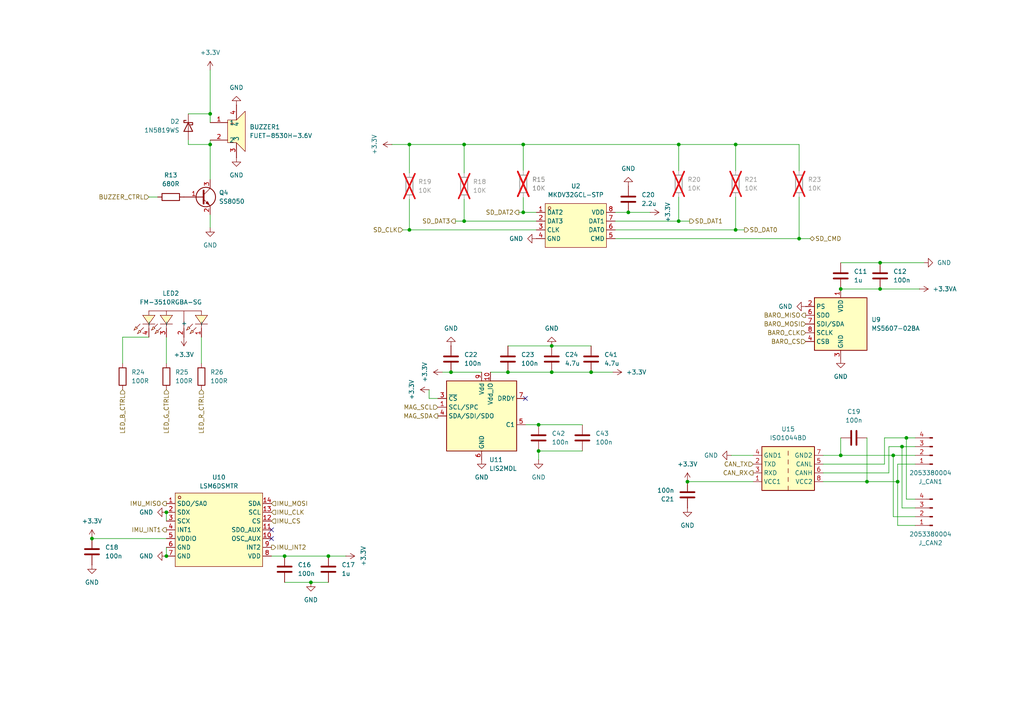
<source format=kicad_sch>
(kicad_sch (version 20231120) (generator "eeschema") (generator_version "8.0")
  (paper "A4")
  (lib_symbols
    (symbol "Connector:Conn_01x04_Pin" (pin_names (offset 1.016) hide)
      (property "Reference" "J" (at 0 5.08 0))
      (property "Value" "Conn_01x04_Pin" (at 0 -7.62 0))
      (symbol "Conn_01x04_Pin_1_1"
        (polyline (pts (xy 1.27 -5.08) (xy 0.8636 -5.08)) (stroke (width 0.1524)))
        (polyline (pts (xy 1.27 -2.54) (xy 0.8636 -2.54)) (stroke (width 0.1524)))
        (polyline (pts (xy 1.27 0) (xy 0.8636 0)) (stroke (width 0.1524)))
        (polyline (pts (xy 1.27 2.54) (xy 0.8636 2.54)) (stroke (width 0.1524)))
        (rectangle (start 0.8636 -4.953) (end 0 -5.207) (stroke (width 0.1524)) (fill (type outline)))
        (rectangle (start 0.8636 -2.413) (end 0 -2.667) (stroke (width 0.1524)) (fill (type outline)))
        (rectangle (start 0.8636 0.127) (end 0 -0.127) (stroke (width 0.1524)) (fill (type outline)))
        (rectangle (start 0.8636 2.667) (end 0 2.413) (stroke (width 0.1524)) (fill (type outline)))
        (pin passive line (at 5.08 2.54 180) (length 3.81) (name "Pin_1") (number "1"))
        (pin passive line (at 5.08 0 180) (length 3.81) (name "Pin_2") (number "2"))
        (pin passive line (at 5.08 -2.54 180) (length 3.81) (name "Pin_3") (number "3"))
        (pin passive line (at 5.08 -5.08 180) (length 3.81) (name "Pin_4") (number "4"))
      )
    )
    (symbol "Device:C" (pin_numbers hide) (pin_names (offset 0.254))
      (property "Reference" "C" (at 0.635 2.54 0))
      (property "Value" "C" (at 0.635 -2.54 0))
      (symbol "C_0_1"
        (polyline (pts (xy -2.032 -0.762) (xy 2.032 -0.762)) (stroke (width 0.508)))
        (polyline (pts (xy -2.032 0.762) (xy 2.032 0.762)) (stroke (width 0.508)))
      )
      (symbol "C_1_1"
        (pin passive line (at 0 3.81 270) (length 2.794) (name "~") (number "1"))
        (pin passive line (at 0 -3.81 90) (length 2.794) (name "~") (number "2"))
      )
    )
    (symbol "Device:R" (pin_numbers hide) (pin_names (offset 0))
      (property "Reference" "R" (at 2.032 0 90))
      (property "Value" "R" (at 0 0 90))
      (symbol "R_0_1"
        (rectangle (start -1.016 -2.54) (end 1.016 2.54) (stroke (width 0.254)))
      )
      (symbol "R_1_1"
        (pin passive line (at 0 3.81 270) (length 1.27) (name "~") (number "1"))
        (pin passive line (at 0 -3.81 90) (length 1.27) (name "~") (number "2"))
      )
    )
    (symbol "Diode:1N5819WS" (pin_numbers hide) (pin_names (offset 1.016) hide)
      (property "Reference" "D" (at 0 2.54 0))
      (property "Value" "1N5819WS" (at 0 -2.54 0))
      (symbol "1N5819WS_0_1"
        (polyline (pts (xy 1.27 0) (xy -1.27 0)))
        (polyline (pts (xy 1.27 1.27) (xy 1.27 -1.27) (xy -1.27 0) (xy 1.27 1.27)) (stroke (width 0.254)))
        (polyline (pts (xy -1.905 0.635) (xy -1.905 1.27) (xy -1.27 1.27) (xy -1.27 -1.27) (xy -0.635 -1.27) (xy -0.635 -0.635)) (stroke (width 0.254)))
      )
      (symbol "1N5819WS_1_1"
        (pin passive line (at -3.81 0 0) (length 2.54) (name "K") (number "1"))
        (pin passive line (at 3.81 0 180) (length 2.54) (name "A") (number "2"))
      )
    )
    (symbol "Interface_CAN_LIN:ISO1044BD"
      (property "Reference" "U" (at -6.35 6.35 0))
      (property "Value" "ISO1044BD" (at 2.54 6.35 0))
      (symbol "ISO1044BD_0_1"
        (rectangle (start -7.62 5.08) (end 7.62 -7.62) (stroke (width 0.254)) (fill (type background)))
        (polyline (pts (xy 0 -5.08) (xy 0 -6.35)))
        (polyline (pts (xy 0 -2.54) (xy 0 -3.81)))
        (polyline (pts (xy 0 0) (xy 0 -1.27)))
        (polyline (pts (xy 0 2.54) (xy 0 1.27)))
        (polyline (pts (xy 0 5.08) (xy 0 3.81)))
      )
      (symbol "ISO1044BD_1_1"
        (pin power_in line (at -10.16 2.54 0) (length 2.54) (name "VCC1") (number "1"))
        (pin input line (at -10.16 -2.54 0) (length 2.54) (name "TXD") (number "2"))
        (pin output line (at -10.16 0 0) (length 2.54) (name "RXD") (number "3"))
        (pin power_in line (at -10.16 -5.08 0) (length 2.54) (name "GND1") (number "4"))
        (pin bidirectional line (at 10.16 -2.54 180) (length 2.54) (name "CANL") (number "5"))
        (pin bidirectional line (at 10.16 0 180) (length 2.54) (name "CANH") (number "6"))
        (pin power_in line (at 10.16 -5.08 180) (length 2.54) (name "GND2") (number "7"))
        (pin power_in line (at 10.16 2.54 180) (length 2.54) (name "VCC2") (number "8"))
      )
    )
    (symbol "Rocketry_Easyeda:FM-3510RGBA-SG"
      (property "Reference" "LED" (at 0 0 0))
      (property "Value" "FM-3510RGBA-SG" (at 0 -10.16 0))
      (symbol "FM-3510RGBA-SG_0_1"
        (polyline (pts (xy -9.4 -1.27) (xy -5.84 -1.27)))
        (polyline (pts (xy -7.62 -1.27) (xy -7.62 -2.54)))
        (polyline (pts (xy -7.62 2.54) (xy -7.62 1.27)))
        (polyline (pts (xy -4.32 -1.27) (xy -0.76 -1.27)))
        (polyline (pts (xy -2.54 -1.27) (xy -2.54 -2.54)))
        (polyline (pts (xy -2.54 2.54) (xy -2.54 1.27)))
        (polyline (pts (xy 5.84 -1.27) (xy 9.4 -1.27)))
        (polyline (pts (xy 7.62 -1.27) (xy 7.62 -2.54)))
        (polyline (pts (xy 7.62 2.54) (xy 7.62 1.27)))
        (polyline (pts (xy -10.16 -1.27) (xy -11.18 -2.29) (xy -10.16 -1.27)) (fill (type background)))
        (polyline (pts (xy -9.14 -2.29) (xy -10.16 -3.3) (xy -9.14 -2.29)) (fill (type background)))
        (polyline (pts (xy -5.08 -1.27) (xy -6.1 -2.29) (xy -5.08 -1.27)) (fill (type background)))
        (polyline (pts (xy -4.06 -2.29) (xy -5.08 -3.3) (xy -4.06 -2.29)) (fill (type background)))
        (polyline (pts (xy 5.08 -1.27) (xy 4.06 -2.29) (xy 5.08 -1.27)) (fill (type background)))
        (polyline (pts (xy 6.1 -2.29) (xy 5.08 -3.3) (xy 6.1 -2.29)) (fill (type background)))
        (polyline (pts (xy -11.94 -3.05) (xy -11.43 -2.03) (xy -10.92 -2.54) (xy -11.94 -3.05)) (fill (type background)))
        (polyline (pts (xy -10.92 -4.06) (xy -10.41 -3.05) (xy -9.91 -3.56) (xy -10.92 -4.06)) (fill (type background)))
        (polyline (pts (xy -9.4 1.27) (xy -7.62 -1.27) (xy -5.84 1.27) (xy -9.4 1.27)) (fill (type background)))
        (polyline (pts (xy -6.86 -3.05) (xy -6.35 -2.03) (xy -5.84 -2.54) (xy -6.86 -3.05)) (fill (type background)))
        (polyline (pts (xy -5.84 -4.06) (xy -5.33 -3.05) (xy -4.83 -3.56) (xy -5.84 -4.06)) (fill (type background)))
        (polyline (pts (xy -4.32 1.27) (xy -2.54 -1.27) (xy -0.76 1.27) (xy -4.32 1.27)) (fill (type background)))
        (polyline (pts (xy 3.3 -3.05) (xy 3.81 -2.03) (xy 4.32 -2.54) (xy 3.3 -3.05)) (fill (type background)))
        (polyline (pts (xy 4.32 -4.06) (xy 4.83 -3.05) (xy 5.33 -3.56) (xy 4.32 -4.06)) (fill (type background)))
        (polyline (pts (xy 5.84 1.27) (xy 7.62 -1.27) (xy 9.4 1.27) (xy 5.84 1.27)) (fill (type background)))
        (polyline (pts (xy 2.54 -2.54) (xy 2.54 2.54) (xy -7.62 2.54) (xy 2.54 2.54) (xy 7.62 2.54)))
        (pin unspecified line (at 7.62 -5.08 90) (length 2.54) (name "-") (number "1"))
        (pin unspecified line (at 2.54 -5.08 90) (length 2.54) (name "+") (number "2"))
        (pin unspecified line (at -2.54 -5.08 90) (length 2.54) (name "-") (number "3"))
        (pin unspecified line (at -7.62 -5.08 90) (length 2.54) (name "-") (number "4"))
      )
    )
    (symbol "Rocketry_Easyeda:FUET-8530H-3.6V"
      (property "Reference" "BUZZER" (at 0 12.7 0))
      (property "Value" "FUET-8530H-3.6V" (at 0 -12.7 0))
      (symbol "FUET-8530H-3.6V_0_1"
        (polyline (pts (xy 0.76 2.29) (xy 1.78 2.29)))
        (polyline (pts (xy 1.27 2.79) (xy 1.27 1.78)))
        (polyline (pts (xy 0 1.78) (xy 0 -3.3) (xy 2.54 -3.3) (xy 5.08 -5.84) (xy 5.08 5.84) (xy 2.54 3.3) (xy 0 3.3) (xy 0 1.78)) (fill (type background)))
        (pin unspecified line (at -5.08 2.54 0) (length 5.08) (name "1") (number "1"))
        (pin unspecified line (at -5.08 -2.54 0) (length 5.08) (name "2") (number "2"))
        (pin unspecified line (at 2.54 -7.62 90) (length 4.318) (name "3") (number "3"))
        (pin unspecified line (at 2.54 7.62 270) (length 4.318) (name "4") (number "4"))
      )
    )
    (symbol "Rocketry_Easyeda:LSM6DSMTR"
      (property "Reference" "U" (at 0 12.7 0))
      (property "Value" "LSM6DSMTR" (at 0 -12.7 0))
      (symbol "LSM6DSMTR_0_1"
        (rectangle (start -12.7 10.67) (end 12.7 -10.67) (fill (type background)))
        (circle (center -11.43 9.4) (radius 0.38))
        (circle (center -11.43 9.4) (radius 0.38))
        (pin unspecified line (at -15.24 7.62 0) (length 2.54) (name "SDO/SA0") (number "1"))
        (pin unspecified line (at 15.24 -2.54 180) (length 2.54) (name "OSC_AUX") (number "10"))
        (pin unspecified line (at 15.24 0 180) (length 2.54) (name "SDO_AUX") (number "11"))
        (pin unspecified line (at 15.24 2.54 180) (length 2.54) (name "CS") (number "12"))
        (pin unspecified line (at 15.24 5.08 180) (length 2.54) (name "SCL") (number "13"))
        (pin unspecified line (at 15.24 7.62 180) (length 2.54) (name "SDA") (number "14"))
        (pin unspecified line (at -15.24 5.08 0) (length 2.54) (name "SDX") (number "2"))
        (pin unspecified line (at -15.24 2.54 0) (length 2.54) (name "SCX") (number "3"))
        (pin unspecified line (at -15.24 0 0) (length 2.54) (name "INT1") (number "4"))
        (pin unspecified line (at -15.24 -2.54 0) (length 2.54) (name "VDDIO") (number "5"))
        (pin unspecified line (at -15.24 -5.08 0) (length 2.54) (name "GND") (number "6"))
        (pin unspecified line (at -15.24 -7.62 0) (length 2.54) (name "GND") (number "7"))
        (pin unspecified line (at 15.24 -7.62 180) (length 2.54) (name "VDD") (number "8"))
        (pin unspecified line (at 15.24 -5.08 180) (length 2.54) (name "INT2") (number "9"))
      )
    )
    (symbol "Rocketry_Easyeda:MKDV32GCL-STP"
      (property "Reference" "U" (at 0 8.89 0))
      (property "Value" "MKDV32GCL-STP" (at 0 -8.89 0))
      (symbol "MKDV32GCL-STP_0_1"
        (rectangle (start -8.89 6.35) (end 8.89 -6.35) (fill (type background)))
        (circle (center -7.62 5.08) (radius 0.38))
        (pin unspecified line (at -11.43 3.81 0) (length 2.54) (name "DAT2") (number "1"))
        (pin unspecified line (at -11.43 1.27 0) (length 2.54) (name "DAT3") (number "2"))
        (pin unspecified line (at -11.43 -1.27 0) (length 2.54) (name "CLK") (number "3"))
        (pin unspecified line (at -11.43 -3.81 0) (length 2.54) (name "GND") (number "4"))
        (pin unspecified line (at 11.43 -3.81 180) (length 2.54) (name "CMD") (number "5"))
        (pin unspecified line (at 11.43 -1.27 180) (length 2.54) (name "DAT0") (number "6"))
        (pin unspecified line (at 11.43 1.27 180) (length 2.54) (name "DAT1") (number "7"))
        (pin unspecified line (at 11.43 3.81 180) (length 2.54) (name "VDD") (number "8"))
      )
    )
    (symbol "Sensor_Magnetic:LIS2MDL"
      (property "Reference" "U" (at -8.89 11.43 0))
      (property "Value" "LIS2MDL" (at 7.62 11.43 0))
      (symbol "LIS2MDL_0_1"
        (rectangle (start -10.16 10.16) (end 10.16 -10.16) (stroke (width 0.254)) (fill (type background)))
      )
      (symbol "LIS2MDL_1_1"
        (pin input line (at -12.7 2.54 0) (length 2.54) (name "SCL/SPC") (number "1"))
        (pin power_in line (at 2.54 12.7 270) (length 2.54) (name "Vdd_IO") (number "10"))
        (pin no_connect line (at -10.16 -7.62 0) (length 2.54) hide (name "NC") (number "11"))
        (pin no_connect line (at 10.16 -7.62 180) (length 2.54) hide (name "NC") (number "12"))
        (pin no_connect line (at -10.16 -5.08 0) (length 2.54) hide (name "NC") (number "2"))
        (pin input line (at -12.7 5.08 0) (length 2.54) (name "~{CS}") (number "3"))
        (pin bidirectional line (at -12.7 0 0) (length 2.54) (name "SDA/SDI/SDO") (number "4"))
        (pin power_out line (at 12.7 -2.54 180) (length 2.54) (name "C1") (number "5"))
        (pin power_in line (at 0 -12.7 90) (length 2.54) (name "GND") (number "6"))
        (pin output line (at 12.7 5.08 180) (length 2.54) (name "DRDY") (number "7"))
        (pin passive line (at 0 -12.7 90) (length 2.54) hide (name "GND") (number "8"))
        (pin power_in line (at 0 12.7 270) (length 2.54) (name "Vdd") (number "9"))
      )
    )
    (symbol "Sensor_Pressure:MS5607-02BA"
      (property "Reference" "U" (at -6.35 8.89 0))
      (property "Value" "MS5607-02BA" (at 7.62 8.89 0))
      (symbol "MS5607-02BA_0_1"
        (rectangle (start -7.62 7.62) (end 7.62 -7.62) (stroke (width 0.254)) (fill (type background)))
      )
      (symbol "MS5607-02BA_1_1"
        (pin power_in line (at 0 10.16 270) (length 2.54) (name "VDD") (number "1"))
        (pin input line (at -10.16 5.08 0) (length 2.54) (name "PS") (number "2"))
        (pin power_in line (at 0 -10.16 90) (length 2.54) (name "GND") (number "3"))
        (pin input line (at -10.16 -5.08 0) (length 2.54) (name "CSB") (number "4"))
        (pin input line (at -10.16 -5.08 0) (length 2.54) hide (name "CSB") (number "5"))
        (pin output line (at -10.16 2.54 0) (length 2.54) (name "SDO") (number "6"))
        (pin bidirectional line (at -10.16 0 0) (length 2.54) (name "SDI/SDA") (number "7"))
        (pin input line (at -10.16 -2.54 0) (length 2.54) (name "SCLK") (number "8"))
      )
    )
    (symbol "Transistor_BJT:SS8050" (pin_names (offset 0) hide)
      (property "Reference" "Q" (at 5.08 1.905 0))
      (property "Value" "SS8050" (at 5.08 0 0))
      (symbol "SS8050_0_1"
        (polyline (pts (xy 0.635 0.635) (xy 2.54 2.54)))
        (polyline (pts (xy 0.635 -0.635) (xy 2.54 -2.54) (xy 2.54 -2.54)))
        (polyline (pts (xy 0.635 1.905) (xy 0.635 -1.905) (xy 0.635 -1.905)) (stroke (width 0.508)))
        (polyline (pts (xy 1.27 -1.778) (xy 1.778 -1.27) (xy 2.286 -2.286) (xy 1.27 -1.778) (xy 1.27 -1.778)) (fill (type outline)))
        (circle (center 1.27 0) (radius 2.8194) (stroke (width 0.254)))
      )
      (symbol "SS8050_1_1"
        (pin input line (at -5.08 0 0) (length 5.715) (name "B") (number "1"))
        (pin passive line (at 2.54 -5.08 90) (length 2.54) (name "E") (number "2"))
        (pin passive line (at 2.54 5.08 270) (length 2.54) (name "C") (number "3"))
      )
    )
    (symbol "power:+3.3V" (power) (pin_numbers hide) (pin_names (offset 0) hide)
      (property "Value" "+3.3V" (at 0 3.556 0))
      (symbol "+3.3V_0_1"
        (polyline (pts (xy -0.762 1.27) (xy 0 2.54)))
        (polyline (pts (xy 0 0) (xy 0 2.54)))
        (polyline (pts (xy 0 2.54) (xy 0.762 1.27)))
      )
      (symbol "+3.3V_1_1"
        (pin power_in line (at 0 0 90) (length 0) (name "~") (number "1"))
      )
    )
    (symbol "power:+3.3VA" (power) (pin_numbers hide) (pin_names (offset 0) hide)
      (property "Value" "+3.3VA" (at 0 3.556 0))
      (symbol "+3.3VA_0_1"
        (polyline (pts (xy -0.762 1.27) (xy 0 2.54)))
        (polyline (pts (xy 0 0) (xy 0 2.54)))
        (polyline (pts (xy 0 2.54) (xy 0.762 1.27)))
      )
      (symbol "+3.3VA_1_1"
        (pin power_in line (at 0 0 90) (length 0) (name "~") (number "1"))
      )
    )
    (symbol "power:GND" (power) (pin_numbers hide) (pin_names (offset 0) hide)
      (property "Value" "GND" (at 0 -3.81 0))
      (symbol "GND_0_1"
        (polyline (pts (xy 0 0) (xy 0 -1.27) (xy 1.27 -1.27) (xy 0 -2.54) (xy -1.27 -1.27) (xy 0 -1.27)))
      )
      (symbol "GND_1_1"
        (pin power_in line (at 0 0 270) (length 0) (name "~") (number "1"))
      )
    )
  )
  (junction (at 90.17 168.91))
  (junction (at 255.27 76.2))
  (junction (at 243.84 83.82))
  (junction (at 118.745 66.675))
  (junction (at 151.765 41.91))
  (junction (at 255.27 83.82))
  (junction (at 260.35 139.7))
  (junction (at 213.36 41.91))
  (junction (at 130.81 107.95))
  (junction (at 156.21 123.19))
  (junction (at 243.84 132.08))
  (junction (at 231.775 69.215))
  (junction (at 95.25 161.29))
  (junction (at 160.02 107.95))
  (junction (at 196.85 41.91))
  (junction (at 134.62 64.135))
  (junction (at 134.62 41.91))
  (junction (at 182.245 61.595))
  (junction (at 196.85 64.135))
  (junction (at 60.96 33.02))
  (junction (at 261.62 129.54))
  (junction (at 213.36 66.675))
  (junction (at 48.26 148.59))
  (junction (at 118.745 41.91))
  (junction (at 199.39 139.7))
  (junction (at 251.46 139.7))
  (junction (at 262.89 127))
  (junction (at 151.765 61.595))
  (junction (at 147.32 107.95))
  (junction (at 82.55 161.29))
  (junction (at 60.96 41.91))
  (junction (at 26.67 156.21))
  (junction (at 160.02 100.33))
  (junction (at 259.08 132.08))
  (junction (at 171.45 107.95))
  (junction (at 48.26 161.29))
  (junction (at 156.21 130.81))
  (no_connect (at 78.74 153.67))
  (no_connect (at 78.74 156.21))
  (no_connect (at 152.4 115.57))
  (wire (pts (xy 213.36 57.15) (xy 213.36 66.675)))
  (wire (pts (xy 256.54 134.62) (xy 256.54 127)))
  (wire (pts (xy 234.95 69.215) (xy 231.775 69.215)))
  (wire (pts (xy 243.84 132.08) (xy 259.08 132.08)))
  (wire (pts (xy 156.21 123.19) (xy 168.91 123.19)))
  (wire (pts (xy 178.435 61.595) (xy 182.245 61.595)))
  (wire (pts (xy 196.85 57.15) (xy 196.85 64.135)))
  (wire (pts (xy 171.45 107.95) (xy 177.8 107.95)))
  (wire (pts (xy 134.62 64.135) (xy 155.575 64.135)))
  (wire (pts (xy 151.765 41.91) (xy 196.85 41.91)))
  (wire (pts (xy 26.67 156.21) (xy 48.26 156.21)))
  (wire (pts (xy 43.18 57.15) (xy 45.72 57.15)))
  (wire (pts (xy 255.27 83.82) (xy 266.7 83.82)))
  (wire (pts (xy 60.96 33.02) (xy 60.96 35.56)))
  (wire (pts (xy 60.96 20.32) (xy 60.96 33.02)))
  (wire (pts (xy 213.36 66.675) (xy 178.435 66.675)))
  (wire (pts (xy 238.76 137.16) (xy 257.81 137.16)))
  (wire (pts (xy 54.61 33.02) (xy 60.96 33.02)))
  (wire (pts (xy 238.76 132.08) (xy 243.84 132.08)))
  (wire (pts (xy 156.21 130.81) (xy 156.21 133.35)))
  (wire (pts (xy 128.27 107.95) (xy 130.81 107.95)))
  (wire (pts (xy 213.36 41.91) (xy 231.775 41.91)))
  (wire (pts (xy 259.08 132.08) (xy 265.43 132.08)))
  (wire (pts (xy 265.43 152.4) (xy 260.35 152.4)))
  (wire (pts (xy 196.85 41.91) (xy 213.36 41.91)))
  (wire (pts (xy 251.46 139.7) (xy 260.35 139.7)))
  (wire (pts (xy 200.025 64.135) (xy 196.85 64.135)))
  (wire (pts (xy 48.26 97.79) (xy 48.26 105.41)))
  (wire (pts (xy 124.46 113.03) (xy 124.46 115.57)))
  (wire (pts (xy 196.85 64.135) (xy 178.435 64.135)))
  (wire (pts (xy 160.02 107.95) (xy 171.45 107.95)))
  (wire (pts (xy 142.24 107.95) (xy 147.32 107.95)))
  (wire (pts (xy 265.43 144.78) (xy 262.89 144.78)))
  (wire (pts (xy 215.9 66.675) (xy 213.36 66.675)))
  (wire (pts (xy 134.62 41.91) (xy 134.62 50.165)))
  (wire (pts (xy 147.32 100.33) (xy 160.02 100.33)))
  (wire (pts (xy 124.46 115.57) (xy 127 115.57)))
  (wire (pts (xy 243.84 127) (xy 243.84 132.08)))
  (wire (pts (xy 82.55 161.29) (xy 95.25 161.29)))
  (wire (pts (xy 260.35 134.62) (xy 260.35 139.7)))
  (wire (pts (xy 48.26 148.59) (xy 48.26 151.13)))
  (wire (pts (xy 243.84 83.82) (xy 255.27 83.82)))
  (wire (pts (xy 231.775 69.215) (xy 178.435 69.215)))
  (wire (pts (xy 113.665 41.91) (xy 118.745 41.91)))
  (wire (pts (xy 134.62 57.785) (xy 134.62 64.135)))
  (wire (pts (xy 261.62 129.54) (xy 261.62 147.32)))
  (wire (pts (xy 196.85 41.91) (xy 196.85 49.53)))
  (wire (pts (xy 132.08 64.135) (xy 134.62 64.135)))
  (wire (pts (xy 118.745 57.785) (xy 118.745 66.675)))
  (wire (pts (xy 54.61 40.64) (xy 54.61 41.91)))
  (wire (pts (xy 259.08 149.86) (xy 259.08 132.08)))
  (wire (pts (xy 265.43 149.86) (xy 259.08 149.86)))
  (wire (pts (xy 156.21 130.81) (xy 168.91 130.81)))
  (wire (pts (xy 60.96 40.64) (xy 60.96 41.91)))
  (wire (pts (xy 118.745 41.91) (xy 134.62 41.91)))
  (wire (pts (xy 35.56 97.79) (xy 43.18 97.79)))
  (wire (pts (xy 160.02 100.33) (xy 171.45 100.33)))
  (wire (pts (xy 134.62 41.91) (xy 151.765 41.91)))
  (wire (pts (xy 231.775 57.15) (xy 231.775 69.215)))
  (wire (pts (xy 265.43 134.62) (xy 260.35 134.62)))
  (wire (pts (xy 151.765 61.595) (xy 155.575 61.595)))
  (wire (pts (xy 156.21 123.19) (xy 152.4 123.19)))
  (wire (pts (xy 260.35 152.4) (xy 260.35 139.7)))
  (wire (pts (xy 265.43 147.32) (xy 261.62 147.32)))
  (wire (pts (xy 265.43 129.54) (xy 261.62 129.54)))
  (wire (pts (xy 231.775 41.91) (xy 231.775 49.53)))
  (wire (pts (xy 78.74 161.29) (xy 82.55 161.29)))
  (wire (pts (xy 151.765 57.15) (xy 151.765 61.595)))
  (wire (pts (xy 150.495 61.595) (xy 151.765 61.595)))
  (wire (pts (xy 262.89 144.78) (xy 262.89 127)))
  (wire (pts (xy 262.89 127) (xy 265.43 127)))
  (wire (pts (xy 35.56 105.41) (xy 35.56 97.79)))
  (wire (pts (xy 116.84 66.675) (xy 118.745 66.675)))
  (wire (pts (xy 243.84 76.2) (xy 255.27 76.2)))
  (wire (pts (xy 251.46 127) (xy 251.46 139.7)))
  (wire (pts (xy 238.76 139.7) (xy 251.46 139.7)))
  (wire (pts (xy 58.42 97.79) (xy 58.42 105.41)))
  (wire (pts (xy 82.55 168.91) (xy 90.17 168.91)))
  (wire (pts (xy 90.17 168.91) (xy 95.25 168.91)))
  (wire (pts (xy 182.245 61.595) (xy 188.595 61.595)))
  (wire (pts (xy 151.765 41.91) (xy 151.765 49.53)))
  (wire (pts (xy 238.76 134.62) (xy 256.54 134.62)))
  (wire (pts (xy 118.745 66.675) (xy 155.575 66.675)))
  (wire (pts (xy 199.39 139.7) (xy 218.44 139.7)))
  (wire (pts (xy 54.61 41.91) (xy 60.96 41.91)))
  (wire (pts (xy 118.745 41.91) (xy 118.745 50.165)))
  (wire (pts (xy 213.36 49.53) (xy 213.36 41.91)))
  (wire (pts (xy 256.54 127) (xy 262.89 127)))
  (wire (pts (xy 60.96 41.91) (xy 60.96 52.07)))
  (wire (pts (xy 257.81 129.54) (xy 257.81 137.16)))
  (wire (pts (xy 130.81 107.95) (xy 139.7 107.95)))
  (wire (pts (xy 95.25 161.29) (xy 100.33 161.29)))
  (wire (pts (xy 48.26 158.75) (xy 48.26 161.29)))
  (wire (pts (xy 147.32 107.95) (xy 160.02 107.95)))
  (wire (pts (xy 60.96 62.23) (xy 60.96 66.04)))
  (wire (pts (xy 261.62 129.54) (xy 257.81 129.54)))
  (wire (pts (xy 255.27 76.2) (xy 267.97 76.2)))
  (wire (pts (xy 212.09 132.08) (xy 218.44 132.08)))
  (hierarchical_label "BUZZER_CTRL" (shape input) (at 43.18 57.15 180))
  (hierarchical_label "IMU_CLK" (shape input) (at 78.74 148.59 0))
  (hierarchical_label "LED_B_CTRL" (shape input) (at 35.56 113.03 270))
  (hierarchical_label "SD_CLK" (shape input) (at 116.84 66.675 180))
  (hierarchical_label "IMU_INT1" (shape output) (at 48.26 153.67 180))
  (hierarchical_label "BARO_CS" (shape input) (at 233.68 99.06 180))
  (hierarchical_label "LED_G_CTRL" (shape input) (at 48.26 113.03 270))
  (hierarchical_label "BARO_MISO" (shape output) (at 233.68 91.44 180))
  (hierarchical_label "SD_CMD" (shape bidirectional) (at 234.95 69.215 0))
  (hierarchical_label "IMU_MISO" (shape output) (at 48.26 146.05 180))
  (hierarchical_label "SD_DAT2" (shape output) (at 150.495 61.595 180))
  (hierarchical_label "SD_DAT1" (shape output) (at 200.025 64.135 0))
  (hierarchical_label "BARO_MOSI" (shape input) (at 233.68 93.98 180))
  (hierarchical_label "CAN_RX" (shape output) (at 218.44 137.16 180))
  (hierarchical_label "SD_DAT3" (shape output) (at 132.08 64.135 180))
  (hierarchical_label "CAN_TX" (shape input) (at 218.44 134.62 180))
  (hierarchical_label "LED_R_CTRL" (shape input) (at 58.42 113.03 270))
  (hierarchical_label "IMU_INT2" (shape output) (at 78.74 158.75 0))
  (hierarchical_label "IMU_CS" (shape input) (at 78.74 151.13 0))
  (hierarchical_label "MAG_SCL" (shape input) (at 127 118.11 180))
  (hierarchical_label "SD_DAT0" (shape output) (at 215.9 66.675 0))
  (hierarchical_label "BARO_CLK" (shape input) (at 233.68 96.52 180))
  (hierarchical_label "IMU_MOSI" (shape input) (at 78.74 146.05 0))
  (hierarchical_label "MAG_SDA" (shape output) (at 127 120.65 180))
  (symbol (lib_id "power:GND") (at 26.67 163.83 0) (unit 1)
    (property "Reference" "#PWR055" (effects (hide yes)))
    (property "Value" "GND" (at 26.67 168.91 0))
    (property "Description" "Power symbol creates a global label with name \"GND\" , ground" (effects (hide yes)))
  )
  (symbol (lib_id "power:GND") (at 160.02 100.33 180) (unit 1)
    (property "Reference" "#PWR072" (effects (hide yes)))
    (property "Value" "GND" (at 160.02 95.25 0))
    (property "Description" "Power symbol creates a global label with name \"GND\" , ground" (effects (hide yes)))
  )
  (symbol (lib_id "power:GND") (at 48.26 148.59 270) (unit 1)
    (property "Reference" "#PWR054" (effects (hide yes)))
    (property "Value" "GND" (at 44.45 148.5899 90) (effects (justify right)))
    (property "Description" "Power symbol creates a global label with name \"GND\" , ground" (effects (hide yes)))
  )
  (symbol (lib_id "Device:R") (at 49.53 57.15 270) (unit 1)
    (property "Reference" "R13" (at 49.53 50.8 90))
    (property "Value" "680R" (at 49.53 53.34 90))
    (property "Footprint" "Resistor_SMD:R_0402_1005Metric" (effects (hide yes)))
    (property "Description" "Resistor" (effects (hide yes)))
  )
  (symbol (lib_id "Rocketry_Easyeda:LSM6DSMTR") (at 63.5 153.67 0) (unit 1)
    (property "Reference" "U10" (at 63.5 138.43 0))
    (property "Value" "LSM6DSMTR" (at 63.5 140.97 0))
    (property "Footprint" "Rocketry_Easyeda:LGA-14_L3.0-W2.5-P0.50-TL" (effects (hide yes)))
    (property "Datasheet" "https://lcsc.com/product-detail/Sensors_STMicroelectronics_LSM6DSMTR_LSM6DSMTR_C94048.html" (effects (hide yes)))
    (property "LCSC Part" "C94048" (effects (hide yes)))
  )
  (symbol (lib_id "Connector:Conn_01x04_Pin") (at 270.51 149.86 180) (unit 1)
    (property "Reference" "J_CAN2" (at 269.875 157.48 0))
    (property "Value" "2053380004" (at 269.875 154.94 0))
    (property "Footprint" "Rocketry_Manual:CONN_2053380000-SD_04_MOL" (effects (hide yes)))
    (property "Description" "Generic connector, single row, 01x04, script generated" (effects (hide yes)))
  )
  (symbol (lib_id "Device:R") (at 231.775 53.34 180) (unit 1) (dnp yes)
    (property "Reference" "R23" (at 234.315 52.0699 0) (effects (justify right)))
    (property "Value" "10K" (at 234.315 54.6099 0) (effects (justify right)))
    (property "Footprint" "Resistor_SMD:R_0603_1608Metric_Pad0.98x0.95mm_HandSolder" (effects (hide yes)))
  )
  (symbol (lib_id "Device:R") (at 134.62 53.975 180) (unit 1) (dnp yes)
    (property "Reference" "R18" (at 137.16 52.7049 0) (effects (justify right)))
    (property "Value" "10K" (at 137.16 55.2449 0) (effects (justify right)))
    (property "Footprint" "Resistor_SMD:R_0603_1608Metric_Pad0.98x0.95mm_HandSolder" (effects (hide yes)))
  )
  (symbol (lib_id "Device:C") (at 147.32 104.14 0) (unit 1)
    (property "Reference" "C23" (at 151.13 102.87 0) (effects (justify left)))
    (property "Value" "100n" (at 151.13 105.41 0) (effects (justify left)))
    (property "Footprint" "Capacitor_SMD:C_0402_1005Metric" (effects (hide yes)))
  )
  (symbol (lib_id "Device:C") (at 160.02 104.14 0) (unit 1)
    (property "Reference" "C24" (at 163.83 102.8699 0) (effects (justify left)))
    (property "Value" "4.7u" (at 163.83 105.4099 0) (effects (justify left)))
    (property "Footprint" "Capacitor_SMD:C_0402_1005Metric" (effects (hide yes)))
  )
  (symbol (lib_id "Transistor_BJT:SS8050") (at 58.42 57.15 0) (unit 1)
    (property "Reference" "Q4" (at 63.5 55.8799 0) (effects (justify left)))
    (property "Value" "SS8050" (at 63.5 58.4199 0) (effects (justify left)))
    (property "Footprint" "Package_TO_SOT_SMD:SOT-23" (effects (hide yes)))
    (property "Datasheet" "http://www.secosgmbh.com/datasheet/products/SSMPTransistor/SOT-23/SS8050.pdf" (effects (hide yes)))
    (property "Description" "General Purpose NPN Transistor, 1.5A Ic, 25V Vce, SOT-23" (effects (hide yes)))
  )
  (symbol (lib_id "Device:C") (at 130.81 104.14 0) (unit 1)
    (property "Reference" "C22" (at 134.62 102.87 0) (effects (justify left)))
    (property "Value" "100n" (at 134.62 105.41 0) (effects (justify left)))
    (property "Footprint" "Capacitor_SMD:C_0402_1005Metric" (effects (hide yes)))
  )
  (symbol (lib_id "power:+3.3V") (at 199.39 139.7 0) (mirror y) (unit 1)
    (property "Reference" "#PWR105" (effects (hide yes)))
    (property "Value" "+3.3V" (at 199.39 134.62 0))
    (property "Description" "Power symbol creates a global label with name \"+3.3V\"" (effects (hide yes)))
  )
  (symbol (lib_id "power:GND") (at 68.58 30.48 180) (unit 1)
    (property "Reference" "#PWR058" (effects (hide yes)))
    (property "Value" "GND" (at 68.58 25.4 0))
    (property "Description" "Power symbol creates a global label with name \"GND\" , ground" (effects (hide yes)))
  )
  (symbol (lib_id "power:+3.3VA") (at 177.8 107.95 270) (unit 1)
    (property "Reference" "#PWR27" (effects (hide yes)))
    (property "Value" "+3.3V" (at 181.61 107.9499 90) (effects (justify left)))
    (property "Description" "Power symbol creates a global label with name \"+3.3VA\"" (effects (hide yes)))
  )
  (symbol (lib_id "power:GND") (at 156.21 133.35 0) (unit 1)
    (property "Reference" "#PWR069" (effects (hide yes)))
    (property "Value" "GND" (at 156.21 138.43 0))
    (property "Description" "Power symbol creates a global label with name \"GND\" , ground" (effects (hide yes)))
  )
  (symbol (lib_id "Device:C") (at 255.27 80.01 0) (unit 1)
    (property "Reference" "C12" (at 259.08 78.74 0) (effects (justify left)))
    (property "Value" "100n" (at 259.08 81.28 0) (effects (justify left)))
    (property "Footprint" "Capacitor_SMD:C_0402_1005Metric" (effects (hide yes)))
  )
  (symbol (lib_id "power:+3.3V") (at 113.665 41.91 90) (mirror x) (unit 1)
    (property "Reference" "#PWR48" (effects (hide yes)))
    (property "Value" "+3.3V" (at 108.585 41.91 0))
    (property "Description" "Power symbol creates a global label with name \"+3.3V\"" (effects (hide yes)))
  )
  (symbol (lib_id "power:GND") (at 60.96 66.04 0) (unit 1)
    (property "Reference" "#PWR060" (effects (hide yes)))
    (property "Value" "GND" (at 60.96 71.12 0))
    (property "Description" "Power symbol creates a global label with name \"GND\" , ground" (effects (hide yes)))
  )
  (symbol (lib_id "power:GND") (at 90.17 168.91 0) (unit 1)
    (property "Reference" "#PWR051" (effects (hide yes)))
    (property "Value" "GND" (at 90.17 173.99 0))
    (property "Description" "Power symbol creates a global label with name \"GND\" , ground" (effects (hide yes)))
  )
  (symbol (lib_id "Device:R") (at 196.85 53.34 180) (unit 1) (dnp yes)
    (property "Reference" "R20" (at 199.39 52.0699 0) (effects (justify right)))
    (property "Value" "10K" (at 199.39 54.6099 0) (effects (justify right)))
    (property "Footprint" "Resistor_SMD:R_0603_1608Metric_Pad0.98x0.95mm_HandSolder" (effects (hide yes)))
  )
  (symbol (lib_id "power:GND") (at 233.68 88.9 270) (unit 1)
    (property "Reference" "#PWR042" (effects (hide yes)))
    (property "Value" "GND" (at 229.87 88.8999 90) (effects (justify right)))
    (property "Description" "Power symbol creates a global label with name \"GND\" , ground" (effects (hide yes)))
  )
  (symbol (lib_id "power:+3.3VA") (at 266.7 83.82 270) (unit 1)
    (property "Reference" "#PWR41" (effects (hide yes)))
    (property "Value" "+3.3VA" (at 270.51 83.8199 90) (effects (justify left)))
    (property "Description" "Power symbol creates a global label with name \"+3.3VA\"" (effects (hide yes)))
  )
  (symbol (lib_id "power:GND") (at 130.81 100.33 180) (unit 1)
    (property "Reference" "#PWR071" (effects (hide yes)))
    (property "Value" "GND" (at 130.81 95.25 0))
    (property "Description" "Power symbol creates a global label with name \"GND\" , ground" (effects (hide yes)))
  )
  (symbol (lib_id "power:GND") (at 68.58 45.72 0) (unit 1)
    (property "Reference" "#PWR059" (effects (hide yes)))
    (property "Value" "GND" (at 68.58 50.8 0))
    (property "Description" "Power symbol creates a global label with name \"GND\" , ground" (effects (hide yes)))
  )
  (symbol (lib_id "Device:C") (at 26.67 160.02 0) (unit 1)
    (property "Reference" "C18" (at 30.48 158.75 0) (effects (justify left)))
    (property "Value" "100n" (at 30.48 161.29 0) (effects (justify left)))
    (property "Footprint" "Capacitor_SMD:C_0402_1005Metric" (effects (hide yes)))
  )
  (symbol (lib_id "power:GND") (at 155.575 69.215 270) (unit 1)
    (property "Reference" "#PWR065" (effects (hide yes)))
    (property "Value" "GND" (at 151.765 69.2149 90) (effects (justify right)))
    (property "Description" "Power symbol creates a global label with name \"GND\" , ground" (effects (hide yes)))
  )
  (symbol (lib_id "Device:C") (at 247.65 127 90) (unit 1)
    (property "Reference" "C19" (at 247.65 119.38 90))
    (property "Value" "100n" (at 247.65 121.92 90))
    (property "Footprint" "Capacitor_SMD:C_0402_1005Metric" (effects (hide yes)))
  )
  (symbol (lib_id "Device:C") (at 82.55 165.1 0) (unit 1)
    (property "Reference" "C16" (at 86.36 163.83 0) (effects (justify left)))
    (property "Value" "100n" (at 86.36 166.37 0) (effects (justify left)))
    (property "Footprint" "Capacitor_SMD:C_0402_1005Metric" (effects (hide yes)))
  )
  (symbol (lib_id "power:+3.3V") (at 188.595 61.595 270) (mirror x) (unit 1)
    (property "Reference" "#PWR066" (effects (hide yes)))
    (property "Value" "+3.3V" (at 193.675 61.595 0))
    (property "Description" "Power symbol creates a global label with name \"+3.3V\"" (effects (hide yes)))
  )
  (symbol (lib_id "power:GND") (at 243.84 104.14 0) (unit 1)
    (property "Reference" "#PWR043" (effects (hide yes)))
    (property "Value" "GND" (at 243.84 109.22 0))
    (property "Description" "Power symbol creates a global label with name \"GND\" , ground" (effects (hide yes)))
  )
  (symbol (lib_id "Sensor_Magnetic:LIS2MDL") (at 139.7 120.65 0) (unit 1)
    (property "Reference" "U11" (at 141.8941 133.35 0) (effects (justify left)))
    (property "Value" "LIS2MDL" (at 141.8941 135.89 0) (effects (justify left)))
    (property "Footprint" "Package_LGA:LGA-12_2x2mm_P0.5mm" (effects (hide yes)))
    (property "Datasheet" "https://www.st.com/resource/en/datasheet/lis2mdl.pdf" (effects (hide yes)))
    (property "Description" "Ultra-low-power, 3-axis digital output magnetometer, LGA-12" (effects (hide yes)))
  )
  (symbol (lib_id "power:GND") (at 212.09 132.08 270) (unit 1)
    (property "Reference" "#PWR106" (effects (hide yes)))
    (property "Value" "GND" (at 208.28 132.0799 90) (effects (justify right)))
    (property "Description" "Power symbol creates a global label with name \"GND\" , ground" (effects (hide yes)))
  )
  (symbol (lib_id "Device:R") (at 151.765 53.34 180) (unit 1) (dnp yes)
    (property "Reference" "R15" (at 154.305 52.0699 0) (effects (justify right)))
    (property "Value" "10K" (at 154.305 54.6099 0) (effects (justify right)))
    (property "Footprint" "Resistor_SMD:R_0603_1608Metric_Pad0.98x0.95mm_HandSolder" (effects (hide yes)))
  )
  (symbol (lib_id "power:+3.3V") (at 124.46 113.03 90) (unit 1)
    (property "Reference" "#PWR085" (effects (hide yes)))
    (property "Value" "+3.3V" (at 119.38 113.03 0))
    (property "Description" "Power symbol creates a global label with name \"+3.3V\"" (effects (hide yes)))
  )
  (symbol (lib_id "Device:C") (at 95.25 165.1 0) (unit 1)
    (property "Reference" "C17" (at 99.06 163.83 0) (effects (justify left)))
    (property "Value" "1u" (at 99.06 166.37 0) (effects (justify left)))
    (property "Footprint" "Capacitor_SMD:C_0402_1005Metric" (effects (hide yes)))
  )
  (symbol (lib_id "Device:C") (at 171.45 104.14 0) (unit 1)
    (property "Reference" "C41" (at 175.26 102.8699 0) (effects (justify left)))
    (property "Value" "4.7u" (at 175.26 105.4099 0) (effects (justify left)))
    (property "Footprint" "Capacitor_SMD:C_0402_1005Metric" (effects (hide yes)))
  )
  (symbol (lib_id "Rocketry_Easyeda:MKDV32GCL-STP") (at 167.005 65.405 0) (unit 1)
    (property "Reference" "U2" (at 167.005 53.975 0))
    (property "Value" "MKDV32GCL-STP" (at 167.005 56.515 0))
    (property "Footprint" "Rocketry_Easyeda:LGA-8_L6.0-W8.0-P1.27-TL" (effects (hide yes)))
    (property "LCSC Part" "C7500179" (effects (hide yes)))
  )
  (symbol (lib_id "power:+3.3V") (at 53.34 97.79 0) (mirror x) (unit 1)
    (property "Reference" "#PWR061" (effects (hide yes)))
    (property "Value" "+3.3V" (at 53.34 102.87 0))
    (property "Description" "Power symbol creates a global label with name \"+3.3V\"" (effects (hide yes)))
  )
  (symbol (lib_id "Device:C") (at 243.84 80.01 0) (unit 1)
    (property "Reference" "C11" (at 247.65 78.74 0) (effects (justify left)))
    (property "Value" "1u" (at 247.65 81.28 0) (effects (justify left)))
    (property "Footprint" "Capacitor_SMD:C_0402_1005Metric" (effects (hide yes)))
  )
  (symbol (lib_id "power:+3.3V") (at 26.67 156.21 0) (mirror y) (unit 1)
    (property "Reference" "#PWR056" (effects (hide yes)))
    (property "Value" "+3.3V" (at 26.67 151.13 0))
    (property "Description" "Power symbol creates a global label with name \"+3.3V\"" (effects (hide yes)))
  )
  (symbol (lib_id "Device:C") (at 168.91 127 0) (unit 1)
    (property "Reference" "C43" (at 172.72 125.73 0) (effects (justify left)))
    (property "Value" "100n" (at 172.72 128.27 0) (effects (justify left)))
    (property "Footprint" "Capacitor_SMD:C_0402_1005Metric" (effects (hide yes)))
  )
  (symbol (lib_id "Device:R") (at 35.56 109.22 180) (unit 1)
    (property "Reference" "R24" (at 38.1 107.9499 0) (effects (justify right)))
    (property "Value" "100R" (at 38.1 110.4899 0) (effects (justify right)))
    (property "Footprint" "Resistor_SMD:R_0402_1005Metric" (effects (hide yes)))
  )
  (symbol (lib_id "Device:C") (at 199.39 143.51 180) (unit 1)
    (property "Reference" "C21" (at 195.58 144.78 0) (effects (justify left)))
    (property "Value" "100n" (at 195.58 142.24 0) (effects (justify left)))
    (property "Footprint" "Capacitor_SMD:C_0402_1005Metric" (effects (hide yes)))
  )
  (symbol (lib_id "power:GND") (at 139.7 133.35 0) (unit 1)
    (property "Reference" "#PWR068" (effects (hide yes)))
    (property "Value" "GND" (at 139.7 138.43 0))
    (property "Description" "Power symbol creates a global label with name \"GND\" , ground" (effects (hide yes)))
  )
  (symbol (lib_id "Rocketry_Easyeda:FUET-8530H-3.6V") (at 66.04 38.1 0) (unit 1)
    (property "Reference" "BUZZER1" (at 72.39 36.8299 0) (effects (justify left)))
    (property "Value" "FUET-8530H-3.6V" (at 72.39 39.3699 0) (effects (justify left)))
    (property "Footprint" "Rocketry_Easyeda:BUZ-SMD_4P-L8.5-W8.5_FUET-8530-05" (effects (hide yes)))
    (property "LCSC Part" "C417429" (effects (hide yes)))
  )
  (symbol (lib_id "Rocketry_Easyeda:FM-3510RGBA-SG") (at 50.8 92.71 0) (unit 1)
    (property "Reference" "LED2" (at 49.53 85.09 0))
    (property "Value" "FM-3510RGBA-SG" (at 49.53 87.63 0))
    (property "Footprint" "Rocketry_Easyeda:LED-SMD_FM-3510RGBA-SG" (effects (hide yes)))
    (property "Datasheet" "https://lcsc.com/product-detail/Light-Emitting-Diodes-LED_Foshan-NationStar-Optoelectronics-FM-3510RGBA-SG_C727903.html" (effects (hide yes)))
    (property "LCSC Part" "C727903" (effects (hide yes)))
  )
  (symbol (lib_id "Sensor_Pressure:MS5607-02BA") (at 243.84 93.98 0) (unit 1)
    (property "Reference" "U9" (at 252.73 92.7099 0) (effects (justify left)))
    (property "Value" "MS5607-02BA" (at 252.73 95.2499 0) (effects (justify left)))
    (property "Footprint" "Package_LGA:LGA-8_3x5mm_P1.25mm" (effects (hide yes)))
    (property "Datasheet" "https://www.te.com/commerce/DocumentDelivery/DDEController?Action=showdoc&DocId=Data+Sheet%7FMS5607-02BA03%7FB2%7Fpdf%7FEnglish%7FENG_DS_MS5607-02BA03_B2.pdf%7FCAT-BLPS0035" (effects (hide yes)))
    (property "Description" "Barometric pressure sensor, 20cm resolution, 10 to 1200 mbar, I2C and SPI interface up to 20MHz, LGA-8" (effects (hide yes)))
  )
  (symbol (lib_id "Device:C") (at 182.245 57.785 0) (unit 1)
    (property "Reference" "C20" (at 186.055 56.5149 0) (effects (justify left)))
    (property "Value" "2.2u" (at 186.055 59.0549 0) (effects (justify left)))
    (property "Footprint" "Capacitor_SMD:C_0402_1005Metric" (effects (hide yes)))
  )
  (symbol (lib_id "Device:R") (at 58.42 109.22 180) (unit 1)
    (property "Reference" "R26" (at 60.96 107.9499 0) (effects (justify right)))
    (property "Value" "100R" (at 60.96 110.4899 0) (effects (justify right)))
    (property "Footprint" "Resistor_SMD:R_0402_1005Metric" (effects (hide yes)))
  )
  (symbol (lib_id "power:GND") (at 182.245 53.975 180) (unit 1)
    (property "Reference" "#PWR067" (effects (hide yes)))
    (property "Value" "GND" (at 182.245 48.895 0))
    (property "Description" "Power symbol creates a global label with name \"GND\" , ground" (effects (hide yes)))
  )
  (symbol (lib_id "power:+3.3V") (at 60.96 20.32 0) (mirror y) (unit 1)
    (property "Reference" "#PWR057" (effects (hide yes)))
    (property "Value" "+3.3V" (at 60.96 15.24 0))
    (property "Description" "Power symbol creates a global label with name \"+3.3V\"" (effects (hide yes)))
  )
  (symbol (lib_id "power:GND") (at 267.97 76.2 90) (unit 1)
    (property "Reference" "#PWR044" (effects (hide yes)))
    (property "Value" "GND" (at 271.78 76.1999 90) (effects (justify right)))
    (property "Description" "Power symbol creates a global label with name \"GND\" , ground" (effects (hide yes)))
  )
  (symbol (lib_id "power:GND") (at 199.39 147.32 0) (unit 1)
    (property "Reference" "#PWR104" (effects (hide yes)))
    (property "Value" "GND" (at 199.39 152.4 0))
    (property "Description" "Power symbol creates a global label with name \"GND\" , ground" (effects (hide yes)))
  )
  (symbol (lib_id "Device:R") (at 48.26 109.22 180) (unit 1)
    (property "Reference" "R25" (at 50.8 107.9499 0) (effects (justify right)))
    (property "Value" "100R" (at 50.8 110.4899 0) (effects (justify right)))
    (property "Footprint" "Resistor_SMD:R_0402_1005Metric" (effects (hide yes)))
  )
  (symbol (lib_id "Device:R") (at 118.745 53.975 180) (unit 1) (dnp yes)
    (property "Reference" "R19" (at 121.285 52.7049 0) (effects (justify right)))
    (property "Value" "10K" (at 121.285 55.2449 0) (effects (justify right)))
    (property "Footprint" "Resistor_SMD:R_0603_1608Metric_Pad0.98x0.95mm_HandSolder" (effects (hide yes)))
  )
  (symbol (lib_id "power:+3.3V") (at 100.33 161.29 270) (mirror x) (unit 1)
    (property "Reference" "#PWR052" (effects (hide yes)))
    (property "Value" "+3.3V" (at 105.41 161.29 0))
    (property "Description" "Power symbol creates a global label with name \"+3.3V\"" (effects (hide yes)))
  )
  (symbol (lib_id "Device:C") (at 156.21 127 0) (unit 1)
    (property "Reference" "C42" (at 160.02 125.73 0) (effects (justify left)))
    (property "Value" "100n" (at 160.02 128.27 0) (effects (justify left)))
    (property "Footprint" "Capacitor_SMD:C_0402_1005Metric" (effects (hide yes)))
  )
  (symbol (lib_id "Connector:Conn_01x04_Pin") (at 270.51 132.08 180) (unit 1)
    (property "Reference" "J_CAN1" (at 269.875 139.7 0))
    (property "Value" "2053380004" (at 269.875 137.16 0))
    (property "Footprint" "Rocketry_Manual:CONN_2053380000-SD_04_MOL" (effects (hide yes)))
    (property "Description" "Generic connector, single row, 01x04, script generated" (effects (hide yes)))
  )
  (symbol (lib_id "power:+3.3V") (at 128.27 107.95 90) (unit 1)
    (property "Reference" "#PWR070" (effects (hide yes)))
    (property "Value" "+3.3V" (at 123.19 107.95 0))
    (property "Description" "Power symbol creates a global label with name \"+3.3V\"" (effects (hide yes)))
  )
  (symbol (lib_id "power:GND") (at 48.26 161.29 270) (unit 1)
    (property "Reference" "#PWR053" (effects (hide yes)))
    (property "Value" "GND" (at 44.45 161.2899 90) (effects (justify right)))
    (property "Description" "Power symbol creates a global label with name \"GND\" , ground" (effects (hide yes)))
  )
  (symbol (lib_id "Interface_CAN_LIN:ISO1044BD") (at 228.6 137.16 0) (mirror x) (unit 1)
    (property "Reference" "U15" (at 228.6 124.46 0))
    (property "Value" "ISO1044BD" (at 228.6 127 0))
    (property "Footprint" "Package_SO:SOIC-8_3.9x4.9mm_P1.27mm" (effects (hide yes)))
    (property "Datasheet" "https://www.ti.com/lit/ds/symlink/iso1044.pdf" (effects (hide yes)))
    (property "Description" "Isolated CAN FD Transceiver, SOIC-8" (effects (hide yes)))
  )
  (symbol (lib_id "Diode:1N5819WS") (at 54.61 36.83 90) (mirror x) (unit 1)
    (property "Reference" "D2" (at 52.07 35.2424 90) (effects (justify left)))
    (property "Value" "1N5819WS" (at 52.07 37.7824 90) (effects (justify left)))
    (property "Footprint" "Diode_SMD:D_SOD-323" (effects (hide yes)))
    (property "Datasheet" "https://datasheet.lcsc.com/lcsc/2204281430_Guangdong-Hottech-1N5819WS_C191023.pdf" (effects (hide yes)))
    (property "Description" "40V 600mV@1A 1A SOD-323 Schottky Barrier Diodes, SOD-323" (effects (hide yes)))
  )
  (symbol (lib_id "Device:R") (at 213.36 53.34 180) (unit 1) (dnp yes)
    (property "Reference" "R21" (at 215.9 52.0699 0) (effects (justify right)))
    (property "Value" "10K" (at 215.9 54.6099 0) (effects (justify right)))
    (property "Footprint" "Resistor_SMD:R_0603_1608Metric_Pad0.98x0.95mm_HandSolder" (effects (hide yes)))
  )
)
</source>
